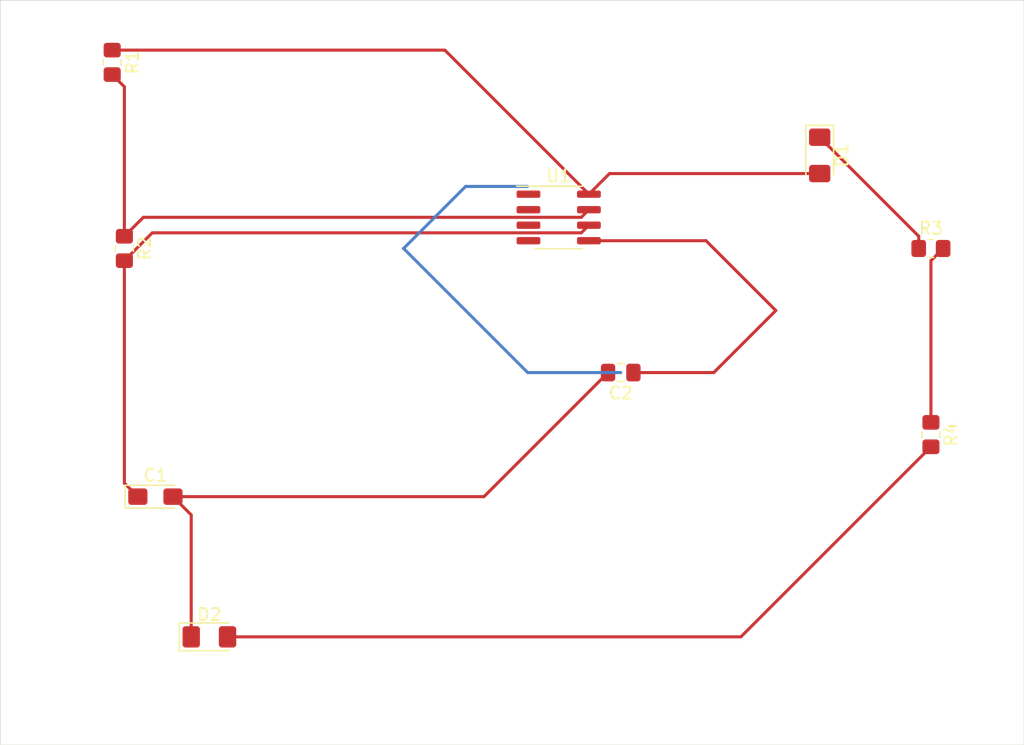
<source format=kicad_pcb>
(kicad_pcb (version 20211014) (generator pcbnew)
  (layers (0 "F.Cu" signal) (31 "B.Cu" signal) (34 "B.Paste" user) (35 "F.Paste" user) (36 "B.SilkS" user "B.Silkscreen") (37 "F.SilkS" user "F.Silkscreen") (38 "B.Mask" user) (39 "F.Mask" user) (44 "Edge.Cuts" user))
  (net 0 "")
  (net 1 "Net-(C1-Pad1)")
  (net 2 "GND")
  (net 3 "Net-(C2-Pad1)")
  (net 4 "Net-(D1-Pad1)")
  (net 5 "+9V")
  (net 6 "Net-(D2-Pad2)")
  (net 7 "Net-(R1-Pad2)")
  (net 8 "Net-(R3-Pad2)")
  (footprint "Resistor_SMD:R_0805_2012Metric_Pad1.20x1.40mm_HandSolder" (layer "F.Cu") (at 108.22 30.48 -90)
    (fp_text reference "R1" (at 0 -1.65 90) (layer "F.SilkS"))
    (fp_text value "1k")
    (fp_line (start -0.227064 -0.735) (end 0.227064 -0.735) (layer "F.SilkS") (width 0.12))
    (fp_line (start -0.227064 0.735) (end 0.227064 0.735) (layer "F.SilkS") (width 0.12))
    (pad "1" smd roundrect (at -1 0 270) (size 1.2 1.4) (layers "F.Cu" "F.Paste" "F.Mask") (roundrect_rratio 0.208333) (net 5 "+9V"))
    (pad "2" smd roundrect (at 1 0 270) (size 1.2 1.4) (layers "F.Cu" "F.Paste" "F.Mask") (roundrect_rratio 0.208333) (net 7 "Net-(R1-Pad2)"))
  )
  (footprint "Resistor_SMD:R_0805_2012Metric_Pad1.20x1.40mm_HandSolder" (layer "F.Cu") (at 109.22 45.72 -90)
    (fp_text reference "R2" (at 0 -1.65 90) (layer "F.SilkS"))
    (fp_text value "10k")
    (fp_line (start -0.227064 -0.735) (end 0.227064 -0.735) (layer "F.SilkS") (width 0.12))
    (fp_line (start -0.227064 0.735) (end 0.227064 0.735) (layer "F.SilkS") (width 0.12))
    (pad "1" smd roundrect (at -1 0 270) (size 1.2 1.4) (layers "F.Cu" "F.Paste" "F.Mask") (roundrect_rratio 0.208333) (net 7 "Net-(R1-Pad2)"))
    (pad "2" smd roundrect (at 1 0 270) (size 1.2 1.4) (layers "F.Cu" "F.Paste" "F.Mask") (roundrect_rratio 0.208333) (net 1 "Net-(C1-Pad1)"))
  )
  (footprint "Capacitor_Tantalum_SMD:CP_EIA-3216-18_Kemet-A_Pad1.58x1.35mm_HandSolder" (layer "F.Cu") (at 111.76 66.04)
    (fp_text reference "C1" (at 0 -1.75) (layer "F.SilkS"))
    (fp_text value "10 uF")
    (fp_line (start -2.485 -0.935) (end -2.485 0.935) (layer "F.SilkS") (width 0.12))
    (fp_line (start -2.485 0.935) (end 1.6 0.935) (layer "F.SilkS") (width 0.12))
    (fp_line (start 1.6 -0.935) (end -2.485 -0.935) (layer "F.SilkS") (width 0.12))
    (pad "1" smd roundrect (at -1.4375 0) (size 1.575 1.35) (layers "F.Cu" "F.Paste" "F.Mask") (roundrect_rratio 0.185185) (net 1 "Net-(C1-Pad1)"))
    (pad "2" smd roundrect (at 1.4375 0) (size 1.575 1.35) (layers "F.Cu" "F.Paste" "F.Mask") (roundrect_rratio 0.185185) (net 2 "GND"))
  )
  (footprint "LED_SMD:LED_1206_3216Metric_Pad1.42x1.75mm_HandSolder" (layer "F.Cu") (at 116.18 77.52)
    (fp_text reference "D2" (at 0 -1.82) (layer "F.SilkS"))
    (fp_text value "LED")
    (fp_line (start 1.6 -1.135) (end -2.46 -1.135) (layer "F.SilkS") (width 0.12))
    (fp_line (start -2.46 1.135) (end 1.6 1.135) (layer "F.SilkS") (width 0.12))
    (fp_line (start -2.46 -1.135) (end -2.46 1.135) (layer "F.SilkS") (width 0.12))
    (pad "1" smd roundrect (at -1.4875 0) (size 1.425 1.75) (layers "F.Cu" "F.Paste" "F.Mask") (roundrect_rratio 0.175439) (net 2 "GND"))
    (pad "2" smd roundrect (at 1.4875 0) (size 1.425 1.75) (layers "F.Cu" "F.Paste" "F.Mask") (roundrect_rratio 0.175439) (net 6 "Net-(D2-Pad2)"))
  )
  (footprint "Package_SO:SOIC-8_3.9x4.9mm_P1.27mm" (layer "F.Cu") (at 144.78 43.18)
    (fp_text reference "U1" (at 0 -3.4) (layer "F.SilkS"))
    (fp_text value "NE555D")
    (fp_line (start 0 -2.56) (end -3.45 -2.56) (layer "F.SilkS") (width 0.12))
    (fp_line (start 0 2.56) (end 1.95 2.56) (layer "F.SilkS") (width 0.12))
    (fp_line (start 0 -2.56) (end 1.95 -2.56) (layer "F.SilkS") (width 0.12))
    (fp_line (start 0 2.56) (end -1.95 2.56) (layer "F.SilkS") (width 0.12))
    (pad "1" smd roundrect (at -2.475 -1.905) (size 1.95 0.6) (layers "F.Cu" "F.Paste" "F.Mask") (net 2 "GND"))
    (pad "2" smd roundrect (at -2.475 -0.635) (size 1.95 0.6) (layers "F.Cu" "F.Paste" "F.Mask"))
    (pad "3" smd roundrect (at -2.475 0.635) (size 1.95 0.6) (layers "F.Cu" "F.Paste" "F.Mask"))
    (pad "4" smd roundrect (at -2.475 1.905) (size 1.95 0.6) (layers "F.Cu" "F.Paste" "F.Mask"))
    (pad "5" smd roundrect (at 2.475 1.905) (size 1.95 0.6) (layers "F.Cu" "F.Paste" "F.Mask") (net 3 "Net-(C2-Pad1)"))
    (pad "6" smd roundrect (at 2.475 0.635) (size 1.95 0.6) (layers "F.Cu" "F.Paste" "F.Mask") (net 1 "Net-(C1-Pad1)"))
    (pad "7" smd roundrect (at 2.475 -0.635) (size 1.95 0.6) (layers "F.Cu" "F.Paste" "F.Mask") (net 7 "Net-(R1-Pad2)"))
    (pad "8" smd roundrect (at 2.475 -1.905) (size 1.95 0.6) (layers "F.Cu" "F.Paste" "F.Mask") (net 5 "+9V"))
  )
  (footprint "Resistor_SMD:R_0805_2012Metric_Pad1.20x1.40mm_HandSolder" (layer "F.Cu") (at 175.26 45.72)
    (fp_text reference "R3" (at 0 -1.65) (layer "F.SilkS"))
    (fp_text value "1k")
    (fp_line (start -0.227064 -0.735) (end 0.227064 -0.735) (layer "F.SilkS") (width 0.12))
    (fp_line (start -0.227064 0.735) (end 0.227064 0.735) (layer "F.SilkS") (width 0.12))
    (pad "1" smd roundrect (at -1 0) (size 1.2 1.4) (layers "F.Cu" "F.Paste" "F.Mask") (roundrect_rratio 0.208333) (net 4 "Net-(D1-Pad1)"))
    (pad "2" smd roundrect (at 1 0) (size 1.2 1.4) (layers "F.Cu" "F.Paste" "F.Mask") (roundrect_rratio 0.208333) (net 8 "Net-(R3-Pad2)"))
  )
  (footprint "LED_SMD:LED_1206_3216Metric_Pad1.42x1.75mm_HandSolder" (layer "F.Cu") (at 166.1525 38.1 -90)
    (fp_text reference "D1" (at 0 -1.82 90) (layer "F.SilkS"))
    (fp_text value "LED")
    (fp_line (start 1.6 -1.135) (end -2.46 -1.135) (layer "F.SilkS") (width 0.12))
    (fp_line (start -2.46 1.135) (end 1.6 1.135) (layer "F.SilkS") (width 0.12))
    (fp_line (start -2.46 -1.135) (end -2.46 1.135) (layer "F.SilkS") (width 0.12))
    (pad "1" smd roundrect (at -1.4875 0 270) (size 1.425 1.75) (layers "F.Cu" "F.Paste" "F.Mask") (roundrect_rratio 0.175439) (net 4 "Net-(D1-Pad1)"))
    (pad "2" smd roundrect (at 1.4875 0 270) (size 1.425 1.75) (layers "F.Cu" "F.Paste" "F.Mask") (roundrect_rratio 0.175439) (net 5 "+9V"))
  )
  (footprint "Resistor_SMD:R_0805_2012Metric_Pad1.20x1.40mm_HandSolder" (layer "F.Cu") (at 175.26 60.96 -90)
    (fp_text reference "R4" (at 0 -1.65 90) (layer "F.SilkS"))
    (fp_text value "1k")
    (fp_line (start -0.227064 -0.735) (end 0.227064 -0.735) (layer "F.SilkS") (width 0.12))
    (fp_line (start -0.227064 0.735) (end 0.227064 0.735) (layer "F.SilkS") (width 0.12))
    (pad "1" smd roundrect (at -1 0 270) (size 1.2 1.4) (layers "F.Cu" "F.Paste" "F.Mask") (roundrect_rratio 0.208333) (net 8 "Net-(R3-Pad2)"))
    (pad "2" smd roundrect (at 1 0 270) (size 1.2 1.4) (layers "F.Cu" "F.Paste" "F.Mask") (roundrect_rratio 0.208333) (net 6 "Net-(D2-Pad2)"))
  )
  (footprint "Capacitor_SMD:C_0805_2012Metric_Pad1.18x1.45mm_HandSolder" (layer "F.Cu") (at 149.86 55.88 180)
    (fp_text reference "C2" (at 0 -1.68) (layer "F.SilkS"))
    (fp_text value "0.01 uF")
    (fp_line (start -0.261252 0.735) (end 0.261252 0.735) (layer "F.SilkS") (width 0.12))
    (fp_line (start -0.261252 -0.735) (end 0.261252 -0.735) (layer "F.SilkS") (width 0.12))
    (pad "1" smd roundrect (at -1.0375 0 180) (size 1.175 1.45) (layers "F.Cu" "F.Paste" "F.Mask") (roundrect_rratio 0.212766) (net 3 "Net-(C2-Pad1)"))
    (pad "2" smd roundrect (at 1.0375 0 180) (size 1.175 1.45) (layers "F.Cu" "F.Paste" "F.Mask") (roundrect_rratio 0.212766) (net 2 "GND"))
  )
  (gr_rect (start 99.06 25.4) (end 182.88 86.36) (layer "Edge.Cuts") (width 0.05) (fill none))
  (segment (start 149.86 55.88) (end 142.24 55.88) (width 0.25) (layer "B.Cu") (net 0))
  (segment (start 137.16 40.64) (end 142.24 40.64) (width 0.25) (layer "B.Cu") (net 0))
  (segment (start 132.08 45.72) (end 137.16 40.64) (width 0.25) (layer "B.Cu") (net 0))
  (segment (start 142.24 55.88) (end 132.08 45.72) (width 0.25) (layer "B.Cu") (net 0))
  (segment (start 111.5 44.44) (end 146.63 44.44) (width 0.25) (layer "F.Cu") (net 1))
  (segment (start 110.3225 66.04) (end 109.22 64.9375) (width 0.25) (layer "F.Cu") (net 1))
  (segment (start 109.22 64.9375) (end 109.22 46.72) (width 0.25) (layer "F.Cu") (net 1))
  (segment (start 146.63 44.44) (end 147.255 43.815) (width 0.25) (layer "F.Cu") (net 1))
  (segment (start 109.22 46.72) (end 111.5 44.44) (width 0.25) (layer "F.Cu") (net 1))
  (segment (start 138.6625 66.04) (end 148.8225 55.88) (width 0.25) (layer "F.Cu") (net 2))
  (segment (start 114.6925 67.535) (end 113.1975 66.04) (width 0.25) (layer "F.Cu") (net 2))
  (segment (start 113.1975 66.04) (end 138.6625 66.04) (width 0.25) (layer "F.Cu") (net 2))
  (segment (start 114.6925 77.52) (end 114.6925 67.535) (width 0.25) (layer "F.Cu") (net 2))
  (segment (start 157.48 55.88) (end 150.8975 55.88) (width 0.25) (layer "F.Cu") (net 3))
  (segment (start 147.255 45.085) (end 156.845 45.085) (width 0.25) (layer "F.Cu") (net 3))
  (segment (start 162.56 50.8) (end 157.48 55.88) (width 0.25) (layer "F.Cu") (net 3))
  (segment (start 156.845 45.085) (end 162.56 50.8) (width 0.25) (layer "F.Cu") (net 3))
  (segment (start 174.26 44.72) (end 174.26 45.72) (width 0.25) (layer "F.Cu") (net 4))
  (segment (start 166.1525 36.6125) (end 174.26 44.72) (width 0.25) (layer "F.Cu") (net 4))
  (segment (start 135.46 29.48) (end 108.22 29.48) (width 0.25) (layer "F.Cu") (net 5))
  (segment (start 148.9425 39.5875) (end 166.1525 39.5875) (width 0.25) (layer "F.Cu") (net 5))
  (segment (start 147.255 41.275) (end 148.9425 39.5875) (width 0.25) (layer "F.Cu") (net 5))
  (segment (start 147.255 41.275) (end 135.46 29.48) (width 0.25) (layer "F.Cu") (net 5))
  (segment (start 159.7 77.52) (end 175.26 61.96) (width 0.25) (layer "F.Cu") (net 6))
  (segment (start 117.6675 77.52) (end 159.7 77.52) (width 0.25) (layer "F.Cu") (net 6))
  (segment (start 109.22 32.48) (end 108.22 31.48) (width 0.25) (layer "F.Cu") (net 7))
  (segment (start 109.22 44.72) (end 109.22 32.48) (width 0.25) (layer "F.Cu") (net 7))
  (segment (start 146.63 43.17) (end 147.255 42.545) (width 0.25) (layer "F.Cu") (net 7))
  (segment (start 110.77 43.17) (end 146.63 43.17) (width 0.25) (layer "F.Cu") (net 7))
  (segment (start 109.22 44.72) (end 110.77 43.17) (width 0.25) (layer "F.Cu") (net 7))
  (segment (start 175.26 46.72) (end 175.26 59.96) (width 0.25) (layer "F.Cu") (net 8))
  (segment (start 176.26 45.72) (end 175.26 46.72) (width 0.25) (layer "F.Cu") (net 8))
)
</source>
